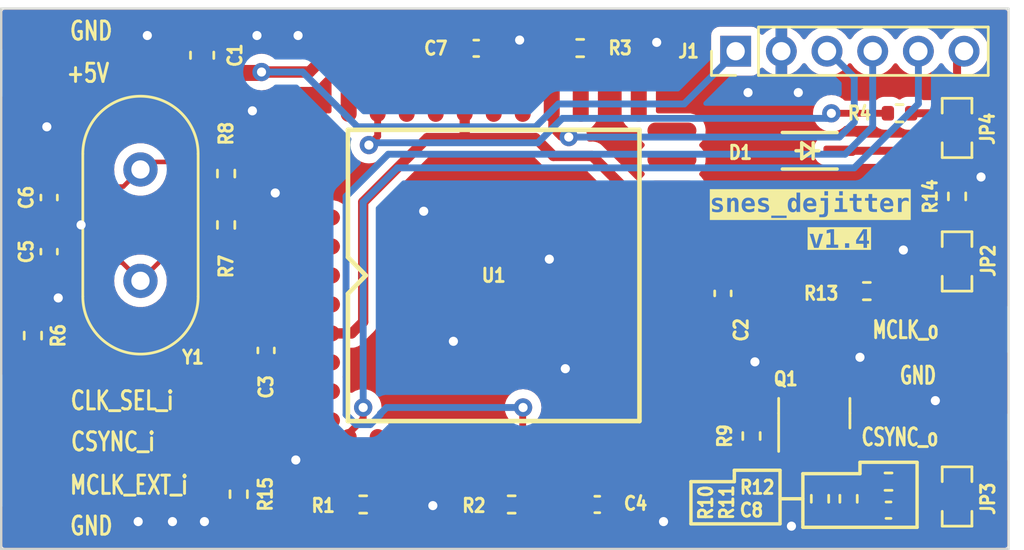
<source format=kicad_pcb>
(kicad_pcb (version 20221018) (generator pcbnew)
  (layers (0 "F.Cu" signal) (31 "B.Cu" signal) (34 "B.Paste" user) (35 "F.Paste" user) (36 "B.SilkS" user "B.Silkscreen") (37 "F.SilkS" user "F.Silkscreen") (38 "B.Mask" user) (39 "F.Mask" user) (44 "Edge.Cuts" user))
  (net 0 "")
  (net 1 "/DVDD5V")
  (net 2 "GND")
  (net 3 "Net-(U1-Pad37)")
  (net 4 "Net-(C6-Pad1)")
  (net 5 "/TCK")
  (net 6 "/TMS")
  (net 7 "/TDI")
  (net 8 "Net-(J1-Pad6)")
  (net 9 "/CSYNC_i")
  (net 10 "/MCLK_EXT_i")
  (net 11 "/MCLK_SEL_i")
  (net 12 "/TDO")
  (net 13 "/CSYNC_o")
  (net 14 "/GCLK_o")
  (net 15 "Net-(R12-Pad2)")
  (net 16 "Net-(U1-Pad34)")
  (net 37 "Net-(Q1-Pad1)")
  (net 43 "Net-(R13-Pad1)")
  (net 44 "Net-(R12-Pad1)")
  (net 45 "Net-(JP3-Pad2)")
  (net 46 "Net-(JP4-Pad2)")
  (net 47 "Net-(JP2-Pad2)")
  (footprint "Capacitor_SMD:C_0603_1608Metric" (layer "F.Cu") (at 21.7 15.065041 90)
    (fp_text reference "C1" (at 0.000265 1.440504 90) (layer "F.SilkS") (effects (font (size 0.5842 0.508) (thickness 0.127))))
    (fp_text value "10u")
    (fp_line (start -0.14058 -0.51) (end 0.14058 -0.51) (stroke (width 0.12)) (layer "F.SilkS"))
    (fp_line (start -0.14058 0.51) (end 0.14058 0.51) (stroke (width 0.12)) (layer "F.SilkS"))
    (pad "1" smd roundrect (at -0.775 0 90) (size 0.9 0.95) (layers "F.Cu" "F.Paste" "F.Mask") (net 1 "/DVDD5V"))
    (pad "2" smd roundrect (at 0.775 0 90) (size 0.9 0.95) (layers "F.Cu" "F.Paste" "F.Mask") (net 2 "GND"))
  )
  (footprint "Capacitor_SMD:C_0402_1005Metric" (layer "F.Cu") (at 44.5 25.5 -90)
    (fp_text reference "C2" (at 1.6 -0.8 90) (layer "F.SilkS") (effects (font (size 0.5842 0.508) (thickness 0.127))))
    (fp_text value "0.1u")
    (fp_line (start -0.107836 -0.36) (end 0.107836 -0.36) (stroke (width 0.12)) (layer "F.SilkS"))
    (fp_line (start -0.107836 0.36) (end 0.107836 0.36) (stroke (width 0.12)) (layer "F.SilkS"))
    (pad "1" smd roundrect (at -0.48 0 270) (size 0.56 0.62) (layers "F.Cu" "F.Paste" "F.Mask") (net 1 "/DVDD5V"))
    (pad "2" smd roundrect (at 0.48 0 270) (size 0.56 0.62) (layers "F.Cu" "F.Paste" "F.Mask") (net 2 "GND"))
  )
  (footprint "Capacitor_SMD:C_0402_1005Metric" (layer "F.Cu") (at 24.5 28 -90)
    (fp_text reference "C3" (at 1.6 0 90) (layer "F.SilkS") (effects (font (size 0.5842 0.508) (thickness 0.127))))
    (fp_text value "0.1u")
    (fp_line (start -0.107836 -0.36) (end 0.107836 -0.36) (stroke (width 0.12)) (layer "F.SilkS"))
    (fp_line (start -0.107836 0.36) (end 0.107836 0.36) (stroke (width 0.12)) (layer "F.SilkS"))
    (pad "1" smd roundrect (at -0.48 0 270) (size 0.56 0.62) (layers "F.Cu" "F.Paste" "F.Mask") (net 1 "/DVDD5V"))
    (pad "2" smd roundrect (at 0.48 0 270) (size 0.56 0.62) (layers "F.Cu" "F.Paste" "F.Mask") (net 2 "GND"))
  )
  (footprint "Capacitor_SMD:C_0402_1005Metric" (layer "F.Cu") (at 39 34.75)
    (fp_text reference "C4" (at 1.676 -0.041) (layer "F.SilkS") (effects (font (size 0.5842 0.508) (thickness 0.127))))
    (fp_text value "0.1u")
    (fp_line (start -0.107836 -0.36) (end 0.107836 -0.36) (stroke (width 0.12)) (layer "F.SilkS"))
    (fp_line (start -0.107836 0.36) (end 0.107836 0.36) (stroke (width 0.12)) (layer "F.SilkS"))
    (pad "1" smd roundrect (at -0.48 0) (size 0.56 0.62) (layers "F.Cu" "F.Paste" "F.Mask") (net 1 "/DVDD5V"))
    (pad "2" smd roundrect (at 0.48 0) (size 0.56 0.62) (layers "F.Cu" "F.Paste" "F.Mask") (net 2 "GND"))
  )
  (footprint "Capacitor_SMD:C_0402_1005Metric" (layer "F.Cu") (at 15 23.67 90)
    (fp_text reference "C5" (at 0 -1 90) (layer "F.SilkS") (effects (font (size 0.5842 0.508) (thickness 0.127))))
    (fp_text value "12p")
    (fp_line (start -0.107836 -0.36) (end 0.107836 -0.36) (stroke (width 0.12)) (layer "F.SilkS"))
    (fp_line (start -0.107836 0.36) (end 0.107836 0.36) (stroke (width 0.12)) (layer "F.SilkS"))
    (pad "1" smd roundrect (at -0.48 0 90) (size 0.56 0.62) (layers "F.Cu" "F.Paste" "F.Mask") (net 3 "Net-(U1-Pad37)"))
    (pad "2" smd roundrect (at 0.48 0 90) (size 0.56 0.62) (layers "F.Cu" "F.Paste" "F.Mask") (net 2 "GND"))
  )
  (footprint "Capacitor_SMD:C_0402_1005Metric" (layer "F.Cu") (at 15 21.3 -90)
    (fp_text reference "C6" (at 0 1 -90) (layer "F.SilkS") (effects (font (size 0.5842 0.508) (thickness 0.127))))
    (fp_text value "12p")
    (fp_line (start -0.107836 -0.36) (end 0.107836 -0.36) (stroke (width 0.12)) (layer "F.SilkS"))
    (fp_line (start -0.107836 0.36) (end 0.107836 0.36) (stroke (width 0.12)) (layer "F.SilkS"))
    (pad "1" smd roundrect (at -0.48 0 270) (size 0.56 0.62) (layers "F.Cu" "F.Paste" "F.Mask") (net 4 "Net-(C6-Pad1)"))
    (pad "2" smd roundrect (at 0.48 0 270) (size 0.56 0.62) (layers "F.Cu" "F.Paste" "F.Mask") (net 2 "GND"))
  )
  (footprint "Capacitor_SMD:C_0402_1005Metric" (layer "F.Cu") (at 33.7 14.760629)
    (fp_text reference "C7" (at -1.77 0) (layer "F.SilkS") (effects (font (size 0.5842 0.508) (thickness 0.127))))
    (fp_text value "0.1u")
    (fp_line (start -0.107836 -0.36) (end 0.107836 -0.36) (stroke (width 0.12)) (layer "F.SilkS"))
    (fp_line (start -0.107836 0.36) (end 0.107836 0.36) (stroke (width 0.12)) (layer "F.SilkS"))
    (pad "1" smd roundrect (at -0.48 0) (size 0.56 0.62) (layers "F.Cu" "F.Paste" "F.Mask") (net 1 "/DVDD5V"))
    (pad "2" smd roundrect (at 0.48 0) (size 0.56 0.62) (layers "F.Cu" "F.Paste" "F.Mask") (net 2 "GND"))
  )
  (footprint "Capacitor_SMD:C_0402_1005Metric" (layer "F.Cu") (at 51.75 35 180)
    (fp_text reference "C8" (at 6 0 180) (layer "F.SilkS") (effects (font (size 0.5842 0.508) (thickness 0.127))))
    (fp_text value "330p")
    (fp_line (start -0.107836 -0.36) (end 0.107836 -0.36) (stroke (width 0.12)) (layer "F.SilkS"))
    (fp_line (start -0.107836 0.36) (end 0.107836 0.36) (stroke (width 0.12)) (layer "F.SilkS"))
    (pad "1" smd roundrect (at -0.48 0 180) (size 0.56 0.62) (layers "F.Cu" "F.Paste" "F.Mask") (net 45 "Net-(JP3-Pad2)"))
    (pad "2" smd roundrect (at 0.48 0 180) (size 0.56 0.62) (layers "F.Cu" "F.Paste" "F.Mask") (net 2 "GND"))
  )
  (footprint "custom_components:SMD_PAD" (layer "F.Cu") (at 14.34 15.84)
    (fp_text reference "J2" hide)
    (fp_text value "+5V" (at 2.36 0.01) (layer "F.SilkS") (effects (font (size 0.8 0.6) (thickness 0.127))))
    (pad "1" smd roundrect (at 0 0) (size 2.5 1.25) (layers "F.Cu" "F.Mask") (net 1 "/DVDD5V"))
  )
  (footprint "custom_components:SMD_PAD" (layer "F.Cu") (at 14.34 14)
    (fp_text reference "J3" hide)
    (fp_text value "GND" (at 2.5 0) (layer "F.SilkS") (effects (font (size 0.8 0.6) (thickness 0.127))))
    (pad "1" smd roundrect (at 0 0) (size 2.5 1.25) (layers "F.Cu" "F.Mask") (net 2 "GND"))
  )
  (footprint "custom_components:SMD_PAD" (layer "F.Cu") (at 14.35 35.69)
    (fp_text reference "J4" hide)
    (fp_text value "GND" (at 2.5 0) (layer "F.SilkS") (effects (font (size 0.8 0.6) (thickness 0.127))))
    (pad "1" smd roundrect (at 0 0) (size 2.5 1.25) (layers "F.Cu" "F.Mask") (net 2 "GND"))
  )
  (footprint "custom_components:SMD_PAD" (layer "F.Cu") (at 14.35 31.95)
    (fp_text reference "J5" hide)
    (fp_text value "CSYNC_i" (at 3.45 0.05) (layer "F.SilkS") (effects (font (size 0.8 0.6) (thickness 0.127))))
    (pad "1" smd roundrect (at 0 0) (size 2.5 1.25) (layers "F.Cu" "F.Mask") (net 9 "/CSYNC_i"))
  )
  (footprint "custom_components:SMD_PAD" (layer "F.Cu") (at 14.35 33.81)
    (fp_text reference "J6" hide)
    (fp_text value "MCLK_EXT_i" (at 4.15 0.09) (layer "F.SilkS") (effects (font (size 0.8 0.6) (thickness 0.127))))
    (pad "1" smd roundrect (at 0 0) (size 2.5 1.25) (layers "F.Cu" "F.Mask") (net 10 "/MCLK_EXT_i"))
  )
  (footprint "custom_components:SMD_PAD" (layer "F.Cu") (at 14.35 30.09)
    (fp_text reference "J7" hide)
    (fp_text value "CLK_SEL_i" (at 3.85 0.11) (layer "F.SilkS") (effects (font (size 0.8 0.6) (thickness 0.127) bold)))
    (pad "1" smd roundrect (at 0 0) (size 2.5 1.25) (layers "F.Cu" "F.Mask") (net 11 "/MCLK_SEL_i"))
  )
  (footprint "custom_components:SMD_PAD" (layer "F.Cu") (at 55.55 29)
    (fp_text reference "J8" hide)
    (fp_text value "GND" (at -2.51 0.1) (layer "F.SilkS") (effects (font (size 0.75 0.51) (thickness 0.127))))
    (pad "1" smd roundrect (at 0 0) (size 2.5 1.25) (layers "F.Cu" "F.Mask") (net 2 "GND"))
  )
  (footprint "custom_components:SMD_PAD" (layer "F.Cu") (at 55.55 27.08)
    (fp_text reference "J9" hide)
    (fp_text value "MCLK_o" (at -3.05 0.02) (layer "F.SilkS") (effects (font (size 0.75 0.51) (thickness 0.127))))
    (pad "1" smd roundrect (at 0 0) (size 2.5 1.25) (layers "F.Cu" "F.Mask") (net 43 "Net-(R13-Pad1)"))
  )
  (footprint "custom_components:SMD_PAD" (layer "F.Cu") (at 55.55 31.79)
    (fp_text reference "J10" hide)
    (fp_text value "CSYNC_o" (at -3.3 0.01) (layer "F.SilkS") (effects (font (size 0.75 0.51) (thickness 0.127))))
    (pad "1" smd roundrect (at 0 0) (size 2.5 1.25) (layers "F.Cu" "F.Mask") (net 44 "Net-(R12-Pad1)"))
  )
  (footprint "Package_TO_SOT_SMD:SOT-23" (layer "F.Cu") (at 48.5 30.75 90)
    (fp_text reference "Q1" (at 1.5 -1.25 180) (layer "F.SilkS") (effects (font (size 0.5842 0.508) (thickness 0.127))))
    (fp_text value "2SC2412")
    (fp_line (start 0 -1.56) (end -1.675 -1.56) (stroke (width 0.12)) (layer "F.SilkS"))
    (fp_line (start 0 -1.56) (end 0.65 -1.56) (stroke (width 0.12)) (layer "F.SilkS"))
    (fp_line (start 0 1.56) (end -0.65 1.56) (stroke (width 0.12)) (layer "F.SilkS"))
    (fp_line (start 0 1.56) (end 0.65 1.56) (stroke (width 0.12)) (layer "F.SilkS"))
    (pad "1" smd roundrect (at -0.9375 -0.95 90) (size 1.475 0.6) (layers "F.Cu" "F.Paste" "F.Mask") (net 37 "Net-(Q1-Pad1)"))
    (pad "2" smd roundrect (at -0.9375 0.95 90) (size 1.475 0.6) (layers "F.Cu" "F.Paste" "F.Mask") (net 15 "Net-(R12-Pad2)"))
    (pad "3" smd roundrect (at 0.9375 0 90) (size 1.475 0.6) (layers "F.Cu" "F.Paste" "F.Mask") (net 1 "/DVDD5V"))
  )
  (footprint "Resistor_SMD:R_0402_1005Metric" (layer "F.Cu") (at 28.75 34.75)
    (fp_text reference "R1" (at -1.75 0.049875) (layer "F.SilkS") (effects (font (size 0.5842 0.508) (thickness 0.127))))
    (fp_text value "10k")
    (fp_line (start -0.153641 -0.38) (end 0.153641 -0.38) (stroke (width 0.12)) (layer "F.SilkS"))
    (fp_line (start -0.153641 0.38) (end 0.153641 0.38) (stroke (width 0.12)) (layer "F.SilkS"))
    (pad "1" smd roundrect (at -0.51 0) (size 0.54 0.64) (layers "F.Cu" "F.Paste" "F.Mask") (net 7 "/TDI"))
    (pad "2" smd roundrect (at 0.51 0) (size 0.54 0.64) (layers "F.Cu" "F.Paste" "F.Mask") (net 2 "GND"))
  )
  (footprint "Resistor_SMD:R_0402_1005Metric" (layer "F.Cu") (at 35.25 34.75 180)
    (fp_text reference "R2" (at 1.65 -0.05 180) (layer "F.SilkS") (effects (font (size 0.5842 0.508) (thickness 0.127))))
    (fp_text value "10k")
    (fp_line (start -0.153641 -0.38) (end 0.153641 -0.38) (stroke (width 0.12)) (layer "F.SilkS"))
    (fp_line (start -0.153641 0.38) (end 0.153641 0.38) (stroke (width 0.12)) (layer "F.SilkS"))
    (pad "1" smd roundrect (at -0.51 0 180) (size 0.54 0.64) (layers "F.Cu" "F.Paste" "F.Mask") (net 6 "/TMS"))
    (pad "2" smd roundrect (at 0.51 0 180) (size 0.54 0.64) (layers "F.Cu" "F.Paste" "F.Mask") (net 2 "GND"))
  )
  (footprint "Resistor_SMD:R_0402_1005Metric" (layer "F.Cu") (at 38.25 14.75)
    (fp_text reference "R3" (at 1.75 0) (layer "F.SilkS") (effects (font (size 0.5842 0.508) (thickness 0.127))))
    (fp_text value "10k")
    (fp_line (start -0.153641 -0.38) (end 0.153641 -0.38) (stroke (width 0.12)) (layer "F.SilkS"))
    (fp_line (start -0.153641 0.38) (end 0.153641 0.38) (stroke (width 0.12)) (layer "F.SilkS"))
    (pad "1" smd roundrect (at -0.51 0) (size 0.54 0.64) (layers "F.Cu" "F.Paste" "F.Mask") (net 5 "/TCK"))
    (pad "2" smd roundrect (at 0.51 0) (size 0.54 0.64) (layers "F.Cu" "F.Paste" "F.Mask") (net 2 "GND"))
  )
  (footprint "Resistor_SMD:R_0402_1005Metric" (layer "F.Cu") (at 14.29 27.35 90)
    (fp_text reference "R6" (at 0 1.11 90) (layer "F.SilkS") (effects (font (size 0.5842 0.508) (thickness 0.127))))
    (fp_text value "10k")
    (fp_line (start -0.153641 -0.38) (end 0.153641 -0.38) (stroke (width 0.12)) (layer "F.SilkS"))
    (fp_line (start -0.153641 0.38) (end 0.153641 0.38) (stroke (width 0.12)) (layer "F.SilkS"))
    (pad "1" smd roundrect (at -0.51 0 90) (size 0.54 0.64) (layers "F.Cu" "F.Paste" "F.Mask") (net 11 "/MCLK_SEL_i"))
    (pad "2" smd roundrect (at 0.51 0 90) (size 0.54 0.64) (layers "F.Cu" "F.Paste" "F.Mask") (net 2 "GND"))
  )
  (footprint "Resistor_SMD:R_0402_1005Metric" (layer "F.Cu") (at 22.75 22.5 90)
    (fp_text reference "R7" (at -1.817558 0 90) (layer "F.SilkS") (effects (font (size 0.5842 0.508) (thickness 0.127))))
    (fp_text value "1M")
    (fp_line (start -0.153641 -0.38) (end 0.153641 -0.38) (stroke (width 0.12)) (layer "F.SilkS"))
    (fp_line (start -0.153641 0.38) (end 0.153641 0.38) (stroke (width 0.12)) (layer "F.SilkS"))
    (pad "1" smd roundrect (at -0.51 0 90) (size 0.54 0.64) (layers "F.Cu" "F.Paste" "F.Mask") (net 3 "Net-(U1-Pad37)"))
    (pad "2" smd roundrect (at 0.51 0 90) (size 0.54 0.64) (layers "F.Cu" "F.Paste" "F.Mask") (net 16 "Net-(U1-Pad34)"))
  )
  (footprint "Resistor_SMD:R_0402_1005Metric" (layer "F.Cu") (at 22.75 20.25 90)
    (fp_text reference "R8" (at 1.75 0 90) (layer "F.SilkS") (effects (font (size 0.5842 0.508) (thickness 0.127))))
    (fp_text value "1k")
    (fp_line (start -0.153641 -0.38) (end 0.153641 -0.38) (stroke (width 0.12)) (layer "F.SilkS"))
    (fp_line (start -0.153641 0.38) (end 0.153641 0.38) (stroke (width 0.12)) (layer "F.SilkS"))
    (pad "1" smd roundrect (at -0.51 0 90) (size 0.54 0.64) (layers "F.Cu" "F.Paste" "F.Mask") (net 16 "Net-(U1-Pad34)"))
    (pad "2" smd roundrect (at 0.51 0 90) (size 0.54 0.64) (layers "F.Cu" "F.Paste" "F.Mask") (net 4 "Net-(C6-Pad1)"))
  )
  (footprint "Resistor_SMD:R_0402_1005Metric" (layer "F.Cu") (at 45.75 31.75 90)
    (fp_text reference "R9" (at 0 -1.17 90) (layer "F.SilkS") (effects (font (size 0.5842 0.508) (thickness 0.127))))
    (fp_text value "1k")
    (fp_line (start -0.153641 -0.38) (end 0.153641 -0.38) (stroke (width 0.12)) (layer "F.SilkS"))
    (fp_line (start -0.153641 0.38) (end 0.153641 0.38) (stroke (width 0.12)) (layer "F.SilkS"))
    (pad "1" smd roundrect (at -0.51 0 90) (size 0.54 0.64) (layers "F.Cu" "F.Paste" "F.Mask") (net 13 "/CSYNC_o"))
    (pad "2" smd roundrect (at 0.51 0 90) (size 0.54 0.64) (layers "F.Cu" "F.Paste" "F.Mask") (net 37 "Net-(Q1-Pad1)"))
  )
  (footprint "Resistor_SMD:R_0402_1005Metric" (layer "F.Cu") (at 48.75 34.5 -90)
    (fp_text reference "R10" (at 0.170556 5 -90) (layer "F.SilkS") (effects (font (size 0.5842 0.508) (thickness 0.127))))
    (fp_text value "5.6k")
    (fp_line (start -0.153641 -0.38) (end 0.153641 -0.38) (stroke (width 0.12)) (layer "F.SilkS"))
    (fp_line (start -0.153641 0.38) (end 0.153641 0.38) (stroke (width 0.12)) (layer "F.SilkS"))
    (pad "1" smd roundrect (at -0.51 0 270) (size 0.54 0.64) (layers "F.Cu" "F.Paste" "F.Mask") (net 37 "Net-(Q1-Pad1)"))
    (pad "2" smd roundrect (at 0.51 0 270) (size 0.54 0.64) (layers "F.Cu" "F.Paste" "F.Mask") (net 2 "GND"))
  )
  (footprint "Resistor_SMD:R_0402_1005Metric" (layer "F.Cu") (at 50 34.5 -90)
    (fp_text reference "R11" (at 0.162777 5.331146 90) (layer "F.SilkS") (effects (font (size 0.5842 0.508) (thickness 0.127))))
    (fp_text value "300")
    (fp_line (start -0.153641 -0.38) (end 0.153641 -0.38) (stroke (width 0.12)) (layer "F.SilkS"))
    (fp_line (start -0.153641 0.38) (end 0.153641 0.38) (stroke (width 0.12)) (layer "F.SilkS"))
    (pad "1" smd roundrect (at -0.51 0 270) (size 0.54 0.64) (layers "F.Cu" "F.Paste" "F.Mask") (net 15 "Net-(R12-Pad2)"))
    (pad "2" smd roundrect (at 0.51 0 270) (size 0.54 0.64) (layers "F.Cu" "F.Paste" "F.Mask") (net 2 "GND"))
  )
  (footprint "Resistor_SMD:R_0402_1005Metric" (layer "F.Cu") (at 51.75 33.75 180)
    (fp_text reference "R12" (at 5.75 -0.25 180) (layer "F.SilkS") (effects (font (size 0.5842 0.508) (thickness 0.127))))
    (fp_text value "100")
    (fp_line (start -0.153641 -0.38) (end 0.153641 -0.38) (stroke (width 0.12)) (layer "F.SilkS"))
    (fp_line (start -0.153641 0.38) (end 0.153641 0.38) (stroke (width 0.12)) (layer "F.SilkS"))
    (pad "1" smd roundrect (at -0.51 0 180) (size 0.54 0.64) (layers "F.Cu" "F.Paste" "F.Mask") (net 44 "Net-(R12-Pad1)"))
    (pad "2" smd roundrect (at 0.51 0 180) (size 0.54 0.64) (layers "F.Cu" "F.Paste" "F.Mask") (net 15 "Net-(R12-Pad2)"))
  )
  (footprint "Resistor_SMD:R_0402_1005Metric" (layer "F.Cu") (at 50.8 25.4 180)
    (fp_text reference "R13" (at 2 -0.1 180) (layer "F.SilkS") (effects (font (size 0.5842 0.508) (thickness 0.127))))
    (fp_text value "39")
    (fp_line (start -0.153641 -0.38) (end 0.153641 -0.38) (stroke (width 0.12)) (layer "F.SilkS"))
    (fp_line (start -0.153641 0.38) (end 0.153641 0.38) (stroke (width 0.12)) (layer "F.SilkS"))
    (pad "1" smd roundrect (at -0.51 0 180) (size 0.54 0.64) (layers "F.Cu" "F.Paste" "F.Mask") (net 43 "Net-(R13-Pad1)"))
    (pad "2" smd roundrect (at 0.51 0 180) (size 0.54 0.64) (layers "F.Cu" "F.Paste" "F.Mask") (net 14 "/GCLK_o"))
  )
  (footprint "Resistor_SMD:R_0402_1005Metric" (layer "F.Cu") (at 54.75 21.25 90)
    (fp_text reference "R14" (at 0 -1.17 90) (layer "F.SilkS") (effects (font (size 0.5842 0.508) (thickness 0.127))))
    (fp_text value "300")
    (fp_line (start -0.153641 -0.38) (end 0.153641 -0.38) (stroke (width 0.12)) (layer "F.SilkS"))
    (fp_line (start -0.153641 0.38) (end 0.153641 0.38) (stroke (width 0.12)) (layer "F.SilkS"))
    (pad "1" smd roundrect (at -0.51 0 90) (size 0.54 0.64) (layers "F.Cu" "F.Paste" "F.Mask") (net 47 "Net-(JP2-Pad2)"))
    (pad "2" smd roundrect (at 0.51 0 90) (size 0.54 0.64) (layers "F.Cu" "F.Paste" "F.Mask") (net 2 "GND"))
  )
  (footprint "SamacSys_Parts:PLCC127P1753X1753X457-44N" (layer "F.Cu") (at 34.465 24.714 90)
    (fp_text reference "U1" (at 0 0) (layer "F.SilkS") (effects (font (size 0.5842 0.508) (thickness 0.127))))
    (fp_text value "ATF1502AS-7AX44" hide)
    (fp_line (start -6.381 -6.381) (end -0.8 -6.381) (stroke (width 0.2)) (layer "F.SilkS"))
    (fp_line (start -6.381 6.381) (end -6.381 -6.381) (stroke (width 0.2)) (layer "F.SilkS"))
    (fp_line (start -0.8 -6.381) (end 0 -5.6) (stroke (width 0.2)) (layer "F.SilkS"))
    (fp_line (start 0 -5.6) (end 0.8 -6.381) (stroke (width 0.2)) (layer "F.SilkS"))
    (fp_line (start 0.8 -6.381) (end 6.381 -6.381) (stroke (width 0.2)) (layer "F.SilkS"))
    (fp_line (start 6.381 -6.381) (end 6.381 6.381) (stroke (width 0.2)) (layer "F.SilkS"))
    (fp_line (start 6.381 6.381) (end -6.381 6.381) (stroke (width 0.2)) (layer "F.SilkS"))
    (pad "1" smd oval (at -7.803 -6.35 180) (size 0.7 2.144) (layers "F.Cu" "F.Paste" "F.Mask") (net 7 "/TDI"))
    (pad "2" smd oval (at -7.803 -5.08 180) (size 0.7 2.144) (layers "F.Cu" "F.Paste" "F.Mask"))
    (pad "3" smd oval (at -7.803 -3.81 180) (size 0.7 2.144) (layers "F.Cu" "F.Paste" "F.Mask"))
    (pad "4" smd oval (at -7.803 -2.54 180) (size 0.7 2.144) (layers "F.Cu" "F.Paste" "F.Mask") (net 2 "GND"))
    (pad "5" smd oval (at -7.803 -1.27 180) (size 0.7 2.144) (layers "F.Cu" "F.Paste" "F.Mask"))
    (pad "6" smd oval (at -7.803 0 180) (size 0.7 2.144) (layers "F.Cu" "F.Paste" "F.Mask"))
    (pad "7" smd oval (at -7.803 1.27 180) (size 0.7 2.144) (layers "F.Cu" "F.Paste" "F.Mask") (net 6 "/TMS"))
    (pad "8" smd oval (at -7.803 2.54 180) (size 0.7 2.144) (layers "F.Cu" "F.Paste" "F.Mask"))
    (pad "9" smd oval (at -7.803 3.81 180) (size 0.7 2.144) (layers "F.Cu" "F.Paste" "F.Mask") (net 1 "/DVDD5V"))
    (pad "10" smd oval (at -7.803 5.08 180) (size 0.7 2.144) (layers "F.Cu" "F.Paste" "F.Mask"))
    (pad "11" smd oval (at -7.803 6.35 180) (size 0.7 2.144) (layers "F.Cu" "F.Paste" "F.Mask"))
    (pad "12" smd oval (at -6.35 7.803 90) (size 0.7 2.144) (layers "F.Cu" "F.Paste" "F.Mask"))
    (pad "13" smd oval (at -5.08 7.803 90) (size 0.7 2.144) (layers "F.Cu" "F.Paste" "F.Mask"))
    (pad "14" smd oval (at -3.81 7.803 90) (size 0.7 2.144) (layers "F.Cu" "F.Paste" "F.Mask"))
    (pad "15" smd oval (at -2.54 7.803 90) (size 0.7 2.144) (layers "F.Cu" "F.Paste" "F.Mask") (net 13 "/CSYNC_o"))
    (pad "16" smd oval (at -1.27 7.803 90) (size 0.7 2.144) (layers "F.Cu" "F.Paste" "F.Mask") (net 2 "GND"))
    (pad "17" smd oval (at 0 7.803 90) (size 0.7 2.144) (layers "F.Cu" "F.Paste" "F.Mask") (net 1 "/DVDD5V"))
    (pad "18" smd oval (at 1.27 7.803 90) (size 0.7 2.144) (layers "F.Cu" "F.Paste" "F.Mask") (net 14 "/GCLK_o"))
    (pad "19" smd oval (at 2.54 7.803 90) (size 0.7 2.144) (layers "F.Cu" "F.Paste" "F.Mask"))
    (pad "20" smd oval (at 3.81 7.803 90) (size 0.7 2.144) (layers "F.Cu" "F.Paste" "F.Mask"))
    (pad "21" smd oval (at 5.08 7.803 90) (size 0.7 2.144) (layers "F.Cu" "F.Paste" "F.Mask"))
    (pad "22" smd oval (at 6.35 7.803 90) (size 0.7 2.144) (layers "F.Cu" "F.Paste" "F.Mask"))
    (pad "23" smd oval (at 7.803 6.35 180) (size 0.7 2.144) (layers "F.Cu" "F.Paste" "F.Mask"))
    (pad "24" smd oval (at 7.803 5.08 180) (size 0.7 2.144) (layers "F.Cu" "F.Paste" "F.Mask") (net 2 "GND"))
    (pad "25" smd oval (at 7.803 3.81 180) (size 0.7 2.144) (layers "F.Cu" "F.Paste" "F.Mask"))
    (pad "26" smd oval (at 7.803 2.54 180) (size 0.7 2.144) (layers "F.Cu" "F.Paste" "F.Mask") (net 5 "/TCK"))
    (pad "27" smd oval (at 7.803 1.27 180) (size 0.7 2.144) (layers "F.Cu" "F.Paste" "F.Mask"))
    (pad "28" smd oval (at 7.803 0 180) (size 0.7 2.144) (layers "F.Cu" "F.Paste" "F.Mask"))
    (pad "29" smd oval (at 7.803 -1.27 180) (size 0.7 2.144) (layers "F.Cu" "F.Paste" "F.Mask") (net 1 "/DVDD5V"))
    (pad "30" smd oval (at 7.803 -2.54 180) (size 0.7 2.144) (layers "F.Cu" "F.Paste" "F.Mask"))
    (pad "31" smd oval (at 7.803 -3.81 180) (size 0.7 2.144) (layers "F.Cu" "F.Paste" "F.Mask"))
    (pad "32" smd oval (at 7.803 -5.08 180) (size 0.7 2.144) (layers "F.Cu" "F.Paste" "F.Mask") (net 12 "/TDO"))
    (pad "33" smd oval (at 7.803 -6.35 180) (size 0.7 2.144) (layers "F.Cu" "F.Paste" "F.Mask"))
    (pad "34" smd oval (at 6.35 -7.803 90) (size 0.7 2.144) (layers "F.Cu" "F.Paste" "F.Mask") (net 16 "Net-(U1-Pad34)"))
    (pad "35" smd oval (at 5.08 -7.803 90) (size 0.7 2.144) (layers "F.Cu" "F.Paste" "F.Mask"))
    (pad "36" smd oval (at 3.81 -7.803 90) (size 0.7 2.144) (layers "F.Cu" "F.Paste" "F.Mask") (net 2 "GND"))
    (pad "37" smd oval (at 2.54 -7.803 90) (size 0.7 2.144) (layers "F.Cu" "F.Paste" "F.Mask") (net 3 "Net-(U1-Pad37)"))
    (pad "38" smd oval (at 1.27 -7.803 90) (size 0.7 2.144) (layers "F.Cu" "F.Paste" "F.Mask") (net 11 "/MCLK_SEL_i"))
    (pad "39" smd oval (at 0 -7.803 90) (size 0.7 2.144) (layers "F.Cu" "F.Paste" "F.Mask") (net 9 "/CSYNC_i"))
    (pad "40" smd oval (at -1.27 -7.803 90) (size 0.7 2.144) (layers "F.Cu" "F.Paste" "F.Mask") (net 10 "/MCLK_EXT_i"))
    (pad "41" smd oval (at -2.54 -7.803 90) (size 0.7 2.144) (layers "F.Cu" "F.Paste" "F.Mask") (net 1 "/DVDD5V"))
    (pad "42" smd oval (at -3.81 -7.803 90) (size 0.7 2.144) (layers "F.Cu" "F.Paste" "F.Mask"))
    (pad "43" smd oval (at -5.08 -7.803 90) (size 0.7 2.144) (layers "F.Cu" "F.Paste" "F.Mask"))
    (pad "44" smd oval (at -6.35 -7.803 90) (size 0.7 2.144) (layers "F.Cu" "F.Paste" "F.Mask"))
  )
  (footprint "Crystals:Crystal_HC49-U_Vertical" (layer "F.Cu") (at 19 24.95 90)
    (fp_text reference "Y1" (at -3.35 2.3 180) (layer "F.SilkS") (effects (font (size 0.5842 0.508) (thickness 0.127))))
    (fp_text value "21.477272MHz")
    (fp_line (start -0.685 -2.525) (end 5.565 -2.525) (stroke (width 0.12)) (layer "F.SilkS"))
    (fp_line (start -0.685 2.525) (end 5.565 2.525) (stroke (width 0.12)) (layer "F.SilkS"))
    (fp_arc (start -0.685 2.525) (mid -3.21 0) (end -0.685 -2.525) (stroke (width 0.12)) (layer "F.SilkS"))
    (fp_arc (start 5.565 -2.525) (mid 8.09 0) (end 5.565 2.525) (stroke (width 0.12)) (layer "F.SilkS"))
    (pad "1" thru_hole circle (at 0 0 90) (size 1.5 1.5) (drill 0.8) (layers "*.Cu" "*.Mask") (net 3 "Net-(U1-Pad37)"))
    (pad "2" thru_hole circle (at 4.88 0 90) (size 1.5 1.5) (drill 0.8) (layers "*.Cu" "*.Mask") (net 4 "Net-(C6-Pad1)"))
  )
  (footprint "Connector_PinHeader_2.00mm:PinHeader_1x06_P2.00mm_Vertical" (layer "F.Cu") (at 45.057 14.888 90)
    (fp_text reference "J1" (at 0 -2.06 180) (layer "F.SilkS") (effects (font (size 0.5842 0.508) (thickness 0.127))))
    (fp_text value "JTAG_CONN")
    (fp_line (start -1.06 -1.06) (end 0 -1.06) (stroke (width 0.12)) (layer "F.SilkS"))
    (fp_line (start -1.06 0) (end -1.06 -1.06) (stroke (width 0.12)) (layer "F.SilkS"))
    (fp_line (start -1.06 1) (end -1.06 11.06) (stroke (width 0.12)) (layer "F.SilkS"))
    (fp_line (start -1.06 1) (end 1.06 1) (stroke (width 0.12)) (layer "F.SilkS"))
    (fp_line (start -1.06 11.06) (end 1.06 11.06) (stroke (width 0.12)) (layer "F.SilkS"))
    (fp_line (start 1.06 1) (end 1.06 11.06) (stroke (width 0.12)) (layer "F.SilkS"))
    (pad "1" thru_hole rect (at 0 0 90) (size 1.35 1.35) (drill 0.8) (layers "*.Cu" "*.Mask") (net 1 "/DVDD5V"))
    (pad "2" thru_hole oval (at 0 2 90) (size 1.35 1.35) (drill 0.8) (layers "*.Cu" "*.Mask") (net 2 "GND"))
    (pad "3" thru_hole oval (at 0 4 90) (size 1.35 1.35) (drill 0.8) (layers "*.Cu" "*.Mask") (net 5 "/TCK"))
    (pad "4" thru_hole oval (at 0 6 90) (size 1.35 1.35) (drill 0.8) (layers "*.Cu" "*.Mask") (net 6 "/TMS"))
    (pad "5" thru_hole oval (at 0 8 90) (size 1.35 1.35) (drill 0.8) (layers "*.Cu" "*.Mask") (net 7 "/TDI"))
    (pad "6" thru_hole oval (at 0 10 90) (size 1.35 1.35) (drill 0.8) (layers "*.Cu" "*.Mask") (net 8 "Net-(J1-Pad6)"))
  )
  (footprint "custom_components:SMD_JUMPER" (layer "F.Cu") (at 54.75 24.1 90)
    (fp_text reference "JP2" (at 0.03146 1.365998 90) (layer "F.SilkS") (effects (font (size 0.5842 0.508) (thickness 0.127))))
    (fp_text value "Jumper_NO_Small" hide)
    (fp_line (start -1.3 -0.65) (end -0.65 -0.65) (stroke (width 0.11938)) (layer "F.SilkS"))
    (fp_line (start -1.3 0.65) (end -1.3 -0.65) (stroke (width 0.11938)) (layer "F.SilkS"))
    (fp_line (start -0.65 0.65) (end -1.3 0.65) (stroke (width 0.11938)) (layer "F.SilkS"))
    (fp_line (start 0.65 -0.65) (end 1.3 -0.65) (stroke (width 0.11938)) (layer "F.SilkS"))
    (fp_line (start 0.65 0.65) (end 1.3 0.65) (stroke (width 0.11938)) (layer "F.SilkS"))
    (fp_line (start 1.3 -0.65) (end 1.3 0.65) (stroke (width 0.11938)) (layer "F.SilkS"))
    (pad "1" smd rect (at -0.65 0 90) (size 1 1) (layers "F.Cu" "F.Mask") (net 43 "Net-(R13-Pad1)"))
    (pad "2" smd rect (at 0.65 0 90) (size 1 1) (layers "F.Cu" "F.Mask") (net 47 "Net-(JP2-Pad2)"))
  )
  (footprint "custom_components:SMD_JUMPER" (layer "F.Cu") (at 54.75 34.4 -90)
    (fp_text reference "JP3" (at 0.1 -1.35 90) (layer "F.SilkS") (effects (font (size 0.5842 0.508) (thickness 0.127))))
    (fp_text value "Jumper_NO_Small" hide)
    (fp_line (start -1.3 -0.65) (end -0.65 -0.65) (stroke (width 0.11938)) (layer "F.SilkS"))
    (fp_line (start -1.3 0.65) (end -1.3 -0.65) (stroke (width 0.11938)) (layer "F.SilkS"))
    (fp_line (start -0.65 0.65) (end -1.3 0.65) (stroke (width 0.11938)) (layer "F.SilkS"))
    (fp_line (start 0.65 -0.65) (end 1.3 -0.65) (stroke (width 0.11938)) (layer "F.SilkS"))
    (fp_line (start 0.65 0.65) (end 1.3 0.65) (stroke (width 0.11938)) (layer "F.SilkS"))
    (fp_line (start 1.3 -0.65) (end 1.3 0.65) (stroke (width 0.11938)) (layer "F.SilkS"))
    (pad "1" smd rect (at -0.65 0 270) (size 1 1) (layers "F.Cu" "F.Mask") (net 44 "Net-(R12-Pad1)"))
    (pad "2" smd rect (at 0.65 0 270) (size 1 1) (layers "F.Cu" "F.Mask") (net 45 "Net-(JP3-Pad2)"))
  )
  (footprint "Resistor_SMD:R_0402_1005Metric" (layer "F.Cu") (at 23.3 34.3 -90)
    (fp_text reference "R15" (at 0 -1.17 -90) (layer "F.SilkS") (effects (font (size 0.5842 0.508) (thickness 0.127))))
    (fp_text value "10k")
    (fp_line (start -0.153641 -0.38) (end 0.153641 -0.38) (stroke (width 0.12)) (layer "F.SilkS"))
    (fp_line (start -0.153641 0.38) (end 0.153641 0.38) (stroke (width 0.12)) (layer "F.SilkS"))
    (pad "1" smd roundrect (at -0.51 0 270) (size 0.54 0.64) (layers "F.Cu" "F.Paste" "F.Mask") (net 10 "/MCLK_EXT_i"))
    (pad "2" smd roundrect (at 0.51 0 270) (size 0.54 0.64) (layers "F.Cu" "F.Paste" "F.Mask") (net 2 "GND"))
  )
  (footprint "Resistor_SMD:R_0402_1005Metric" (layer "F.Cu") (at 52.231073 17.606863 180)
    (fp_text reference "R4" (at 1.75 0 180) (layer "F.SilkS") (effects (font (size 0.5842 0.508) (thickness 0.127))))
    (fp_text value "39")
    (fp_line (start -0.153641 -0.38) (end 0.153641 -0.38) (stroke (width 0.12)) (layer "F.SilkS"))
    (fp_line (start -0.153641 0.38) (end 0.153641 0.38) (stroke (width 0.12)) (layer "F.SilkS"))
    (pad "1" smd roundrect (at -0.51 0 180) (size 0.54 0.64) (layers "F.Cu" "F.Paste" "F.Mask") (net 8 "Net-(J1-Pad6)"))
    (pad "2" smd roundrect (at 0.51 0 180) (size 0.54 0.64) (layers "F.Cu" "F.Paste" "F.Mask") (net 12 "/TDO"))
  )
  (footprint "custom_components:SMD_JUMPER" (layer "F.Cu") (at 54.75 18.25 -90)
    (fp_text reference "JP4" (at 0.036429 -1.33275 90) (layer "F.SilkS") (effects (font (size 0.5842 0.508) (thickness 0.127))))
    (fp_text value "Jumper_NO_Small" hide)
    (fp_line (start -1.3 -0.65) (end -0.65 -0.65) (stroke (width 0.11938)) (layer "F.SilkS"))
    (fp_line (start -1.3 0.65) (end -1.3 -0.65) (stroke (width 0.11938)) (layer "F.SilkS"))
    (fp_line (start -0.65 0.65) (end -1.3 0.65) (stroke (width 0.11938)) (layer "F.SilkS"))
    (fp_line (start 0.65 -0.65) (end 1.3 -0.65) (stroke (width 0.11938)) (layer "F.SilkS"))
    (fp_line (start 0.65 0.65) (end 1.3 0.65) (stroke (width 0.11938)) (layer "F.SilkS"))
    (fp_line (start 1.3 -0.65) (end 1.3 0.65) (stroke (width 0.11938)) (layer "F.SilkS"))
    (pad "1" smd rect (at -0.65 0 270) (size 1 1) (layers "F.Cu" "F.Mask") (net 8 "Net-(J1-Pad6)"))
    (pad "2" smd rect (at 0.65 0 270) (size 1 1) (layers "F.Cu" "F.Mask") (net 46 "Net-(JP4-Pad2)"))
  )
  (footprint "custom_components:SOD-323_Handsoldering" (layer "F.Cu") (at 48.2 19.25 180)
    (fp_text reference "D1" (at 2.937058 -0.079703 180) (layer "F.SilkS") (effects (font (size 0.5842 0.508) (thickness 0.127))))
    (fp_text value "Zener_3v3")
    (fp_line (start -1.3 -0.8) (end 1.1 -0.8) (stroke (width 0.15)) (layer "F.SilkS"))
    (fp_line (start -1.3 0.8) (end 1.1 0.8) (stroke (width 0.15)) (layer "F.SilkS"))
    (fp_line (start -0.25 -0.35) (end -0.25 0.35) (stroke (width 0.15)) (layer "F.SilkS"))
    (fp_line (start -0.25 0) (end -0.5 0) (stroke (width 0.15)) (layer "F.SilkS"))
    (fp_line (start -0.25 0) (end 0.25 -0.35) (stroke (width 0.15)) (layer "F.SilkS"))
    (fp_line (start 0.25 -0.35) (end 0.25 0.35) (stroke (width 0.15)) (layer "F.SilkS"))
    (fp_line (start 0.25 0) (end 0.5 0) (stroke (width 0.15)) (layer "F.SilkS"))
    (fp_line (start 0.25 0.35) (end -0.25 0) (stroke (width 0.15)) (layer "F.SilkS"))
    (pad "1" smd roundrect (at -1.4 0 180) (size 1.4 0.45) (layers "F.Cu" "F.Paste" "F.Mask") (net 46 "Net-(JP4-Pad2)"))
    (pad "2" smd roundrect (at 1.4 0 180) (size 1.4 0.45) (layers "F.Cu" "F.Paste" "F.Mask") (net 2 "GND"))
  )
  (gr_line (start 48 35.75) (end 53 35.75) (stroke (width 0.15)) (layer "F.SilkS"))
  (gr_line (start 50.5 33.4) (end 50.5 32.9) (stroke (width 0.15)) (layer "F.SilkS"))
  (gr_line (start 43.1 35.6) (end 43.1 33.75) (stroke (width 0.15)) (layer "F.SilkS"))
  (gr_line (start 48 33.4) (end 50.5 33.4) (stroke (width 0.15)) (layer "F.SilkS"))
  (gr_line (start 43.1 33.75) (end 45 33.75) (stroke (width 0.15)) (layer "F.SilkS"))
  (gr_line (start 47 35.6) (end 43.1 35.6) (stroke (width 0.15)) (layer "F.SilkS"))
  (gr_line (start 48 35.5) (end 48 35.75) (stroke (width 0.15)) (layer "F.SilkS"))
  (gr_line (start 48 34.5) (end 47 34.5) (stroke (width 0.15)) (layer "F.SilkS"))
  (gr_line (start 48 34.5) (end 48 35.5) (stroke (width 0.15)) (layer "F.SilkS"))
  (gr_line (start 50.5 32.9) (end 53 32.9) (stroke (width 0.15)) (layer "F.SilkS"))
  (gr_line (start 45 33.5) (end 45 33.25) (stroke (width 0.15)) (layer "F.SilkS"))
  (gr_line (start 47 33.25) (end 47 35.6) (stroke (width 0.15)) (layer "F.SilkS"))
  (gr_line (start 45 33.25) (end 47 33.25) (stroke (width 0.15)) (layer "F.SilkS"))
  (gr_line (start 45 33.75) (end 45 33.5) (stroke (width 0.15)) (layer "F.SilkS"))
  (gr_line (start 48 34.5) (end 48 33.4) (stroke (width 0.15)) (layer "F.SilkS"))
  (gr_line (start 53 35.75) (end 53 32.9) (stroke (width 0.15)) (layer "F.SilkS"))
  (gr_line (start 57 36.7) (end 12.9 36.7) (stroke (width 0.1)) (layer "Edge.Cuts"))
  (gr_line (start 12.9 36.7) (end 12.9 13.02) (stroke (width 0.1)) (layer "Edge.Cuts"))
  (gr_line (start 57 13.02) (end 57 36.7) (stroke (width 0.1)) (layer "Edge.Cuts"))
  (gr_line (start 12.9 13.02) (end 57 13.02) (stroke (width 0.1)) (layer "Edge.Cuts"))
  (gr_text "snes_dejitter\n" (at 48.3 21.6) (layer "F.SilkS" knockout) (effects (font (size 0.8 0.8) (thickness 0.15) bold italic)))
  (gr_text "v1.4" (at 49.6 23.172502) (layer "F.SilkS" knockout) (effects (font (size 0.8 0.8) (thickness 0.15) bold italic)))
  (segment (start 38.7755 19.4755) (end 40.286 20.986) (width 0.45) (layer "F.Cu") (net 1))
  (segment (start 40.3 24.714) (end 42.268 24.714) (width 0.45) (layer "F.Cu") (net 1))
  (segment (start 48.5 28) (end 48.5 29.8125) (width 0.45) (layer "F.Cu") (net 1))
  (segment (start 45.52 25.02) (end 48.5 28) (width 0.45) (layer "F.Cu") (net 1))
  (segment (start 19.005442 15.84) (end 21.699959 15.84) (width 0.7) (layer "F.Cu") (net 1))
  (segment (start 21.699959 15.84) (end 21.7 15.840041) (width 0.7) (layer "F.Cu") (net 1))
  (segment (start 33.195 14.762401) (end 33.196772 14.760629) (width 0.45) (layer "F.Cu") (net 1))
  (segment (start 44.194 24.714) (end 44.5 25.02) (width 0.45) (layer "F.Cu") (net 1))
  (segment (start 38.275 30.825) (end 38.275 32.517) (width 0.45) (layer "F.Cu") (net 1))
  (segment (start 24.5 27.52) (end 24.766 27.254) (width 0.45) (layer "F.Cu") (net 1))
  (segment (start 40.286 24.7) (end 40.3 24.714) (width 0.45) (layer "F.Cu") (net 1))
  (segment (start 26.4 15.8) (end 24.3 15.8) (width 0.5) (layer "F.Cu") (net 1))
  (segment (start 33.195 16.911) (end 33.195 14.785629) (width 0.5) (layer "F.Cu") (net 1))
  (segment (start 42.268 24.714) (end 44.194 24.714) (width 0.45) (layer "F.Cu") (net 1))
  (segment (start 36.295 18.695) (end 37.0755 19.4755) (width 0.45) (layer "F.Cu") (net 1))
  (segment (start 33.20567 14.746299) (end 27.453701 14.746299) (width 0.5) (layer "F.Cu") (net 1))
  (segment (start 33.195 14.785629) (end 33.22 14.760629) (width 0.5) (layer "F.Cu") (net 1))
  (segment (start 38.275 32.517) (end 38.275 34.505) (width 0.45) (layer "F.Cu") (net 1))
  (segment (start 38.275 34.505) (end 38.52 34.75) (width 0.45) (layer "F.Cu") (net 1))
  (segment (start 28.246 27.254) (end 28.75 26.75) (width 0.45) (layer "F.Cu") (net 1))
  (segment (start 33.195 18.695) (end 33.195 16.911) (width 0.45) (layer "F.Cu") (net 1))
  (segment (start 40.286 20.986) (end 40.286 24.7) (width 0.45) (layer "F.Cu") (net 1))
  (segment (start 27.453701 14.746299) (end 26.4 15.8) (width 0.5) (layer "F.Cu") (net 1))
  (segment (start 33.22 14.760629) (end 33.20567 14.746299) (width 0.5) (layer "F.Cu") (net 1))
  (segment (start 33.195 18.695) (end 36.295 18.695) (width 0.45) (layer "F.Cu") (net 1))
  (segment (start 28.75 21.5) (end 31.555 18.695) (width 0.45) (layer "F.Cu") (net 1))
  (segment (start 28.75 26.75) (end 28.75 21.5) (width 0.45) (layer "F.Cu") (net 1))
  (segment (start 37.0755 19.4755) (end 38.7755 19.4755) (width 0.45) (layer "F.Cu") (net 1))
  (segment (start 14.34 15.84) (end 19.005442 15.84) (width 0.7) (layer "F.Cu") (net 1))
  (segment (start 44.5 25.02) (end 45.52 25.02) (width 0.45) (layer "F.Cu") (net 1))
  (segment (start 24.766 27.254) (end 26.662 27.254) (width 0.45) (layer "F.Cu") (net 1))
  (segment (start 21.7 15.840041) (end 24.259959 15.840041) (width 0.7) (layer "F.Cu") (net 1))
  (segment (start 24.259959 15.840041) (end 24.3 15.8) (width 0.7) (layer "F.Cu") (net 1))
  (segment (start 40.286 24.7) (end 40.286 28.814) (width 0.45) (layer "F.Cu") (net 1))
  (segment (start 40.286 28.814) (end 38.275 30.825) (width 0.45) (layer "F.Cu") (net 1))
  (segment (start 19.005442 15.84) (end 19.005401 15.840041) (width 0.7) (layer "F.Cu") (net 1))
  (segment (start 26.662 27.254) (end 28.246 27.254) (width 0.45) (layer "F.Cu") (net 1))
  (segment (start 31.555 18.695) (end 33.195 18.695) (width 0.45) (layer "F.Cu") (net 1))
  (via (at 24.3 15.8) (size 0.8) (drill 0.4) (layers "F.Cu" "B.Cu") (net 1))
  (segment (start 36.3 18.2) (end 37.3 17.2) (width 0.3) (layer "B.Cu") (net 1))
  (segment (start 42.8 17.2) (end 45.057 14.943) (width 0.3) (layer "B.Cu") (net 1))
  (segment (start 24.3 15.8) (end 26.1 15.8) (width 0.3) (layer "B.Cu") (net 1))
  (segment (start 45.057 14.943) (end 45.057 14.888) (width 0.3) (layer "B.Cu") (net 1))
  (segment (start 28.5 18.2) (end 36.3 18.2) (width 0.3) (layer "B.Cu") (net 1))
  (segment (start 26.1 15.8) (end 28.5 18.2) (width 0.3) (layer "B.Cu") (net 1))
  (segment (start 37.3 17.2) (end 42.8 17.2) (width 0.3) (layer "B.Cu") (net 1))
  (via (at 36.9 24) (size 0.8) (drill 0.4) (layers "F.Cu" "B.Cu") (net 2))
  (via (at 52.4 23.6) (size 0.8) (drill 0.4) (layers "F.Cu" "B.Cu") (net 2))
  (via (at 21.8 35.5) (size 0.8) (drill 0.4) (layers "F.Cu" "B.Cu") (net 2))
  (via (at 45.6 16.7) (size 0.8) (drill 0.4) (layers "F.Cu" "B.Cu") (net 2))
  (via (at 24.1 14.2) (size 0.8) (drill 0.4) (layers "F.Cu" "B.Cu") (net 2))
  (via (at 47.5 35.7) (size 0.8) (drill 0.4) (layers "F.Cu" "B.Cu") (net 2))
  (via (at 35.6 14.4) (size 0.8) (drill 0.4) (layers "F.Cu" "B.Cu") (net 2))
  (via (at 37.6 28.8) (size 0.8) (drill 0.4) (layers "F.Cu" "B.Cu") (net 2))
  (via (at 18.9 35.5) (size 0.8) (drill 0.4) (layers "F.Cu" "B.Cu") (net 2))
  (via (at 53.8 30.2) (size 0.8) (drill 0.4) (layers "F.Cu" "B.Cu") (net 2))
  (via (at 25.9 14.2) (size 0.8) (drill 0.4) (layers "F.Cu" "B.Cu") (net 2))
  (via (at 24.9 21.1) (size 0.8) (drill 0.4) (layers "F.Cu" "B.Cu") (net 2))
  (via (at 20.4 35.5) (size 0.8) (drill 0.4) (layers "F.Cu" "B.Cu") (net 2))
  (via (at 47.8 16.7) (size 0.8) (drill 0.4) (layers "F.Cu" "B.Cu") (net 2))
  (via (at 50.5 28.3) (size 0.8) (drill 0.4) (layers "F.Cu" "B.Cu") (net 2))
  (via (at 31.8 34.8) (size 0.8) (drill 0.4) (layers "F.Cu" "B.Cu") (net 2))
  (via (at 25.8 32.8) (size 0.8) (drill 0.4) (layers "F.Cu" "B.Cu") (net 2))
  (via (at 45.9 28.5) (size 0.8) (drill 0.4) (layers "F.Cu" "B.Cu") (net 2))
  (via (at 41.6 14.5) (size 0.8) (drill 0.4) (layers "F.Cu" "B.Cu") (net 2))
  (via (at 16.4 22.5) (size 0.8) (drill 0.4) (layers "F.Cu" "B.Cu") (net 2))
  (via (at 55.8 20.4) (size 0.8) (drill 0.4) (layers "F.Cu" "B.Cu") (net 2))
  (via (at 19.3 14.2) (size 0.8) (drill 0.4) (layers "F.Cu" "B.Cu") (net 2))
  (via (at 23.9 17.5) (size 0.8) (drill 0.4) (layers "F.Cu" "B.Cu") (net 2))
  (via (at 31.4 21.9) (size 0.8) (drill 0.4) (layers "F.Cu" "B.Cu") (net 2))
  (via (at 32.7 27.6) (size 0.8) (drill 0.4) (layers "F.Cu" "B.Cu") (net 2))
  (via (at 41.9 35.5) (size 0.8) (drill 0.4) (layers "F.Cu" "B.Cu") (net 2))
  (via (at 15.4 25.7) (size 0.8) (drill 0.4) (layers "F.Cu" "B.Cu") (net 2))
  (via (at 14.9 18.2) (size 0.8) (drill 0.4) (layers "F.Cu" "B.Cu") (net 2))
  (segment (start 24.326 22.174) (end 23.49 23.01) (width 0.2) (layer "F.Cu") (net 3))
  (segment (start 23.49 23.01) (end 22.75 23.01) (width 0.2) (layer "F.Cu") (net 3))
  (segment (start 26.662 22.174) (end 24.326 22.174) (width 0.2) (layer "F.Cu") (net 3))
  (segment (start 20.94 23.01) (end 22.75 23.01) (width 0.2) (layer "F.Cu") (net 3))
  (segment (start 19 24.95) (end 20.94 23.01) (width 0.2) (layer "F.Cu") (net 3))
  (segment (start 18.2 24.15) (end 19 24.95) (width 0.2) (layer "F.Cu") (net 3))
  (segment (start 15 24.15) (end 18.2 24.15) (width 0.2) (layer "F.Cu") (net 3))
  (segment (start 15 20.82) (end 18.25 20.82) (width 0.2) (layer "F.Cu") (net 4))
  (segment (start 19 20.07) (end 19.33 19.74) (width 0.2) (layer "F.Cu") (net 4))
  (segment (start 18.25 20.82) (end 19 20.07) (width 0.2) (layer "F.Cu") (net 4))
  (segment (start 19.33 19.74) (end 22.75 19.74) (width 0.2) (layer "F.Cu") (net 4))
  (segment (start 37.25 18.5) (end 37.4005 18.6505) (width 0.3) (layer "F.Cu") (net 5))
  (segment (start 37.005 15.485) (end 37.74 14.75) (width 0.3) (layer "F.Cu") (net 5))
  (segment (start 37.005 18.255) (end 37.25 18.5) (width 0.3) (layer "F.Cu") (net 5))
  (segment (start 37.005 16.911) (end 37.005 15.485) (width 0.3) (layer "F.Cu") (net 5))
  (segment (start 37.4005 18.6505) (end 37.75 18.6505) (width 0.3) (layer "F.Cu") (net 5))
  (segment (start 37.005 16.911) (end 37.005 18.255) (width 0.3) (layer "F.Cu") (net 5))
  (via (at 37.75 18.6505) (size 0.8) (drill 0.4) (layers "F.Cu" "B.Cu") (net 5))
  (segment (start 50.25 16.035164) (end 49.102836 14.888) (width 0.3) (layer "B.Cu") (net 5))
  (segment (start 49.102836 14.888) (end 49.057 14.888) (width 0.3) (layer "B.Cu") (net 5))
  (segment (start 50.25 18) (end 50.25 16.035164) (width 0.3) (layer "B.Cu") (net 5))
  (segment (start 37.75 18.6505) (end 49.5995 18.6505) (width 0.3) (layer "B.Cu") (net 5))
  (segment (start 49.5995 18.6505) (end 50.25 18) (width 0.3) (layer "B.Cu") (net 5))
  (segment (start 35.735 32.517) (end 35.735 30.515) (width 0.3) (layer "F.Cu") (net 6))
  (segment (start 35.735 32.517) (end 35.735 34.725) (width 0.3) (layer "F.Cu") (net 6))
  (segment (start 35.735 30.515) (end 35.75 30.5) (width 0.3) (layer "F.Cu") (net 6))
  (segment (start 35.735 34.725) (end 35.76 34.75) (width 0.3) (layer "F.Cu") (net 6))
  (via (at 35.75 30.5) (size 0.8) (drill 0.4) (layers "F.Cu" "B.Cu") (net 6))
  (segment (start 49.8495 19.4005) (end 29.8495 19.4005) (width 0.3) (layer "B.Cu") (net 6))
  (segment (start 51.057 14.888) (end 51.057 18.193) (width 0.3) (layer "B.Cu") (net 6))
  (segment (start 28.439339 31.25) (end 29.060661 31.25) (width 0.3) (layer "B.Cu") (net 6))
  (segment (start 29.775 30.5) (end 35.75 30.5) (width 0.3) (layer "B.Cu") (net 6))
  (segment (start 29.060661 31.25) (end 29.5 30.810661) (width 0.3) (layer "B.Cu") (net 6))
  (segment (start 29.5 30.775) (end 29.775 30.5) (width 0.3) (layer "B.Cu") (net 6))
  (segment (start 29.8495 19.4005) (end 28 21.25) (width 0.3) (layer "B.Cu") (net 6))
  (segment (start 29.5 30.810661) (end 29.5 30.775) (width 0.3) (layer "B.Cu") (net 6))
  (segment (start 28 21.25) (end 28 30.810661) (width 0.3) (layer "B.Cu") (net 6))
  (segment (start 51.057 18.193) (end 49.8495 19.4005) (width 0.3) (layer "B.Cu") (net 6))
  (segment (start 28 30.810661) (end 28.439339 31.25) (width 0.3) (layer "B.Cu") (net 6))
  (segment (start 28.75 31) (end 28.75 30.5) (width 0.3) (layer "F.Cu") (net 7))
  (segment (start 28.115 33.859206) (end 28.24 33.984206) (width 0.3) (layer "F.Cu") (net 7))
  (segment (start 28.115 32.517) (end 28.115 33.859206) (width 0.3) (layer "F.Cu") (net 7))
  (segment (start 28.24 33.984206) (end 28.24 34.75) (width 0.3) (layer "F.Cu") (net 7))
  (segment (start 28.115 31.635) (end 28.5 31.25) (width 0.3) (layer "F.Cu") (net 7))
  (segment (start 28.5 31.25) (end 28.75 31) (width 0.3) (layer "F.Cu") (net 7))
  (segment (start 28.115 32.517) (end 28.115 31.635) (width 0.3) (layer "F.Cu") (net 7))
  (via (at 28.75 30.5) (size 0.8) (drill 0.4) (layers "F.Cu" "B.Cu") (net 7))
  (segment (start 53.057 17.193) (end 50.25 20) (width 0.3) (layer "B.Cu") (net 7))
  (segment (start 50.25 20) (end 30.248741 20) (width 0.3) (layer "B.Cu") (net 7))
  (segment (start 30.248741 20) (end 28.75 21.498741) (width 0.3) (layer "B.Cu") (net 7))
  (segment (start 53.057 14.888) (end 53.057 17.193) (width 0.3) (layer "B.Cu") (net 7))
  (segment (start 28.75 21.498741) (end 28.75 30.5) (width 0.3) (layer "B.Cu") (net 7))
  (segment (start 54.75 17.35) (end 55 17.6) (width 0.35) (layer "F.Cu") (net 8))
  (segment (start 52.741073 17.606863) (end 54.743137 17.606863) (width 0.35) (layer "F.Cu") (net 8))
  (segment (start 54.743137 17.606863) (end 54.75 17.6) (width 0.35) (layer "F.Cu") (net 8))
  (segment (start 54.75 15.195) (end 54.75 17.35) (width 0.35) (layer "F.Cu") (net 8))
  (segment (start 55.057 14.888) (end 54.75 15.195) (width 0.35) (layer "F.Cu") (net 8))
  (segment (start 22.6 29.9) (end 22.6 26.4) (width 0.25) (layer "F.Cu") (net 9))
  (segment (start 14.35 31.95) (end 20.55 31.95) (width 0.25) (layer "F.Cu") (net 9))
  (segment (start 20.55 31.95) (end 22.6 29.9) (width 0.25) (layer "F.Cu") (net 9))
  (segment (start 24.286 24.714) (end 26.662 24.714) (width 0.25) (layer "F.Cu") (net 9))
  (segment (start 22.6 26.4) (end 24.286 24.714) (width 0.25) (layer "F.Cu") (net 9))
  (segment (start 14.35 33.81) (end 23.22 33.81) (width 0.25) (layer "F.Cu") (net 10))
  (segment (start 24.266 25.984) (end 26.662 25.984) (width 0.25) (layer "F.Cu") (net 10))
  (segment (start 23.3 26.95) (end 24.266 25.984) (width 0.25) (layer "F.Cu") (net 10))
  (segment (start 23.22 33.81) (end 23.3 33.73) (width 0.25) (layer "F.Cu") (net 10))
  (segment (start 23.3 33.73) (end 23.3 26.95) (width 0.25) (layer "F.Cu") (net 10))
  (segment (start 22 28) (end 19.91 30.09) (width 0.25) (layer "F.Cu") (net 11))
  (segment (start 24.556 23.444) (end 22 26) (width 0.25) (layer "F.Cu") (net 11))
  (segment (start 22 26) (end 22 28) (width 0.25) (layer "F.Cu") (net 11))
  (segment (start 26.662 23.444) (end 24.556 23.444) (width 0.25) (layer "F.Cu") (net 11))
  (segment (start 14.29 30.03) (end 14.29 28.112) (width 0.25) (layer "F.Cu") (net 11))
  (segment (start 14.35 30.09) (end 14.29 30.03) (width 0.25) (layer "F.Cu") (net 11))
  (segment (start 19.91 30.09) (end 14.35 30.09) (width 0.25) (layer "F.Cu") (net 11))
  (segment (start 49.247366 17.609812) (end 49.250315 17.606863) (width 0.3) (layer "F.Cu") (net 12))
  (segment (start 49.250315 17.606863) (end 51.721073 17.606863) (width 0.3) (layer "F.Cu") (net 12))
  (segment (start 29.385 16.911) (end 29.385 18.615) (width 0.3) (layer "F.Cu") (net 12))
  (segment (start 29.385 18.615) (end 29 19) (width 0.3) (layer "F.Cu") (net 12))
  (via (at 49.247366 17.609812) (size 0.8) (drill 0.4) (layers "F.Cu" "B.Cu") (net 12))
  (via (at 29 19) (size 0.8) (drill 0.4) (layers "F.Cu" "B.Cu") (net 12))
  (segment (start 36.3995 18.9005) (end 37.470656 17.829344) (width 0.3) (layer "B.Cu") (net 12))
  (segment (start 29.0995 18.9005) (end 36.3995 18.9005) (width 0.3) (layer "B.Cu") (net 12))
  (segment (start 49.027834 17.829344) (end 49.247366 17.609812) (width 0.3) (layer "B.Cu") (net 12))
  (segment (start 37.470656 17.829344) (end 49.027834 17.829344) (width 0.3) (layer "B.Cu") (net 12))
  (segment (start 29 19) (end 29.0995 18.9005) (width 0.3) (layer "B.Cu") (net 12))
  (segment (start 44.5 28.25) (end 43.504 27.254) (width 0.3) (layer "F.Cu") (net 13))
  (segment (start 44.76 32.26) (end 44.5 32) (width 0.3) (layer "F.Cu") (net 13))
  (segment (start 43.504 27.254) (end 42.268 27.254) (width 0.3) (layer "F.Cu") (net 13))
  (segment (start 45.75 32.26) (end 44.76 32.26) (width 0.3) (layer "F.Cu") (net 13))
  (segment (start 44.5 32) (end 44.5 28.25) (width 0.3) (layer "F.Cu") (net 13))
  (segment (start 42.268 23.444) (end 45.744 23.444) (width 0.3) (layer "F.Cu") (net 14))
  (segment (start 47.7 25.4) (end 50.29 25.4) (width 0.3) (layer "F.Cu") (net 14))
  (segment (start 45.744 23.444) (end 47.7 25.4) (width 0.3) (layer "F.Cu") (net 14))
  (segment (start 50.01 34) (end 50.99 34) (width 0.3) (layer "F.Cu") (net 15))
  (segment (start 50 33.25) (end 50 33.99) (width 0.3) (layer "F.Cu") (net 15))
  (segment (start 49.45 32.7) (end 50 33.25) (width 0.3) (layer "F.Cu") (net 15))
  (segment (start 50.99 34) (end 51.24 33.75) (width 0.3) (layer "F.Cu") (net 15))
  (segment (start 49.45 31.6875) (end 49.45 32.7) (width 0.3) (layer "F.Cu") (net 15))
  (segment (start 50 33.99) (end 50.01 34) (width 0.3) (layer "F.Cu") (net 15))
  (segment (start 25.136 18.364) (end 26.662 18.364) (width 0.2) (layer "F.Cu") (net 16))
  (segment (start 23.74 20.76) (end 24.5 20) (width 0.2) (layer "F.Cu") (net 16))
  (segment (start 22.75 20.76) (end 23.74 20.76) (width 0.2) (layer "F.Cu") (net 16))
  (segment (start 24.5 19) (end 25.136 18.364) (width 0.2) (layer "F.Cu") (net 16))
  (segment (start 24.5 20) (end 24.5 19) (width 0.2) (layer "F.Cu") (net 16))
  (segment (start 22.75 20.76) (end 22.75 21.99) (width 0.2) (layer "F.Cu") (net 16))
  (segment (start 46.1975 31.6875) (end 47.55 31.6875) (width 0.3) (layer "F.Cu") (net 37))
  (segment (start 47.55 32.119546) (end 47.55 31.6875) (width 0.3) (layer "F.Cu") (net 37))
  (segment (start 45.75 31.24) (end 46.1975 31.6875) (width 0.3) (layer "F.Cu") (net 37))
  (segment (start 48.75 33.99) (end 48.75 33.319546) (width 0.3) (layer "F.Cu") (net 37))
  (segment (start 48.75 33.319546) (end 47.55 32.119546) (width 0.3) (layer "F.Cu") (net 37))
  (segment (start 51.31 25.4) (end 52.5 25.4) (width 0.25) (layer "F.Cu") (net 43))
  (segment (start 52.5 25.4) (end 53.15 24.75) (width 0.25) (layer "F.Cu") (net 43))
  (segment (start 53.15 24.75) (end 54.75 24.75) (width 0.25) (layer "F.Cu") (net 43))
  (segment (start 55.55 25.55) (end 55.55 27.08) (width 0.3) (layer "F.Cu") (net 43))
  (segment (start 54.75 24.75) (end 55.55 25.55) (width 0.3) (layer "F.Cu") (net 43))
  (segment (start 55.55 32.95) (end 55.55 31.79) (width 0.3) (layer "F.Cu") (net 44))
  (segment (start 54.75 33.75) (end 55.55 32.95) (width 0.3) (layer "F.Cu") (net 44))
  (segment (start 52.26 33.75) (end 54.75 33.75) (width 0.3) (layer "F.Cu") (net 44))
  (segment (start 52.23 35) (end 54.7 35) (width 0.3) (layer "F.Cu") (net 45))
  (segment (start 54.7 35) (end 54.75 35.05) (width 0.3) (layer "F.Cu") (net 45))
  (segment (start 54.047686 18.9) (end 55 18.9) (width 0.35) (layer "F.Cu") (net 46))
  (segment (start 49.6 19.25) (end 53.697686 19.25) (width 0.35) (layer "F.Cu") (net 46))
  (segment (start 53.697686 19.25) (end 54.047686 18.9) (width 0.35) (layer "F.Cu") (net 46))
  (segment (start 54.75 21.76) (end 54.75 23.45) (width 0.3) (layer "F.Cu") (net 47))
  (zone (net 2) (net_name "GND") (layer "F.Cu") (connect_pads thru_hole_only (clearance 0.4)) (min_thickness 0.2) (fill yes (thermal_gap 0.4) (thermal_bridge_width 0.508) (smoothing fillet))
    (polygon (pts (xy 57 36.7) (xy 12.9 36.7) (xy 12.9 13.02) (xy 57 13.02)))
  )
  (zone (net 2) (net_name "GND") (layer "B.Cu") (connect_pads thru_hole_only (clearance 0.4)) (min_thickness 0.2) (fill yes (thermal_gap 0.4) (thermal_bridge_width 0.508))
    (polygon (pts (xy 57 36.7) (xy 12.9 36.7) (xy 12.9 13.02) (xy 57 13.02)))
  )
)
</source>
